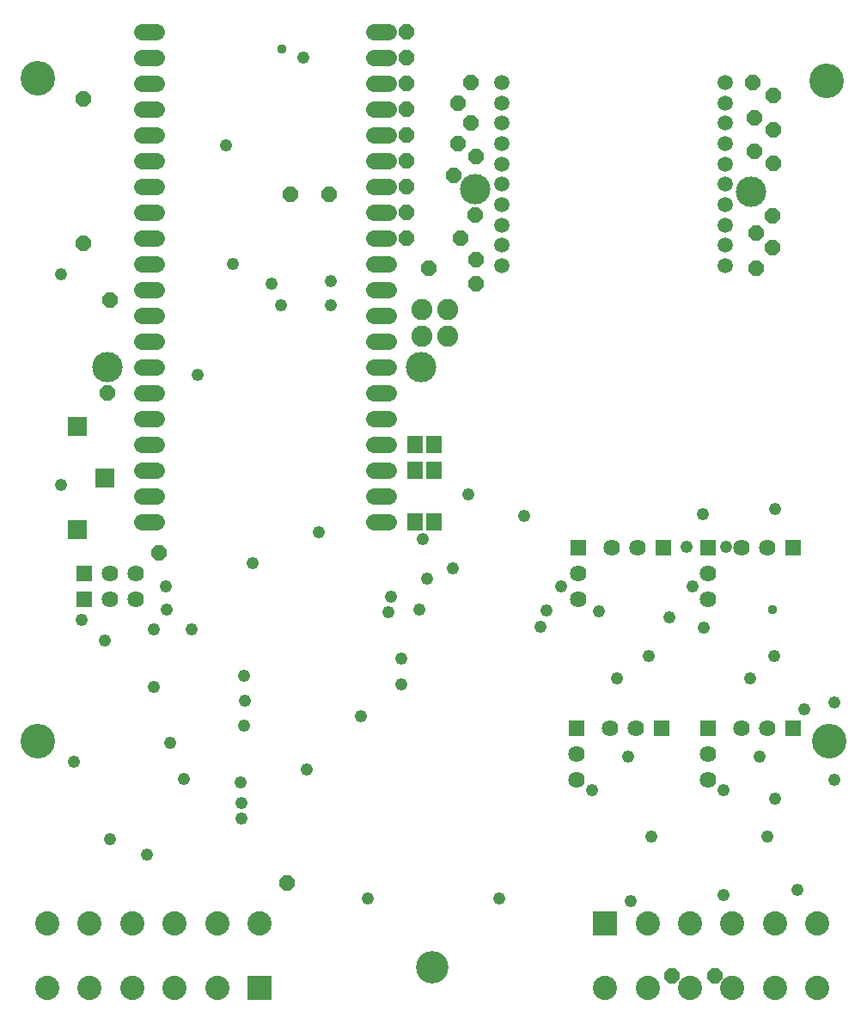
<source format=gbs>
G75*
%MOIN*%
%OFA0B0*%
%FSLAX25Y25*%
%IPPOS*%
%LPD*%
%AMOC8*
5,1,8,0,0,1.08239X$1,22.5*
%
%ADD10C,0.11824*%
%ADD11C,0.13398*%
%ADD12C,0.12611*%
%ADD13C,0.09400*%
%ADD14R,0.09400X0.09400*%
%ADD15C,0.05950*%
%ADD16R,0.06400X0.06400*%
%ADD17C,0.06400*%
%ADD18C,0.08200*%
%ADD19OC8,0.05950*%
%ADD20C,0.06400*%
%ADD21R,0.07296X0.07296*%
%ADD22R,0.05918X0.06706*%
%ADD23C,0.04800*%
%ADD24C,0.04762*%
%ADD25C,0.03700*%
D10*
X0130934Y0311834D03*
X0252334Y0311834D03*
X0273334Y0380834D03*
X0380334Y0379834D03*
D11*
X0409834Y0422834D03*
X0103834Y0423834D03*
X0103834Y0166834D03*
X0410834Y0166834D03*
D12*
X0256834Y0079197D03*
D13*
X0107307Y0071480D03*
X0123803Y0071480D03*
X0140299Y0071480D03*
X0156795Y0071480D03*
X0173291Y0071480D03*
X0173291Y0096480D03*
X0156795Y0096480D03*
X0140299Y0096480D03*
X0123803Y0096480D03*
X0107307Y0096480D03*
X0189787Y0096480D03*
X0323842Y0071480D03*
X0340299Y0071480D03*
X0356756Y0071480D03*
X0373212Y0071480D03*
X0389669Y0071480D03*
X0406126Y0071480D03*
X0406126Y0096480D03*
X0389669Y0096480D03*
X0373212Y0096480D03*
X0356756Y0096480D03*
X0340299Y0096480D03*
D14*
X0323842Y0096480D03*
X0189787Y0071480D03*
D15*
X0283685Y0351401D03*
X0283685Y0359275D03*
X0283685Y0367149D03*
X0283685Y0375023D03*
X0283685Y0382897D03*
X0283685Y0390771D03*
X0283685Y0398645D03*
X0283685Y0406519D03*
X0283685Y0414393D03*
X0283685Y0422267D03*
X0370299Y0422267D03*
X0370299Y0414393D03*
X0370299Y0406519D03*
X0370299Y0398645D03*
X0370299Y0390771D03*
X0370299Y0382897D03*
X0370299Y0375023D03*
X0370299Y0367149D03*
X0370299Y0359275D03*
X0370299Y0351401D03*
D16*
X0363834Y0241834D03*
X0346334Y0241834D03*
X0313334Y0241834D03*
X0396834Y0241834D03*
X0396834Y0171834D03*
X0363834Y0171834D03*
X0345834Y0171834D03*
X0312834Y0171834D03*
X0121834Y0221834D03*
X0121834Y0231834D03*
D17*
X0131834Y0231834D03*
X0141834Y0231834D03*
X0141834Y0221834D03*
X0131834Y0221834D03*
X0313334Y0221834D03*
X0313334Y0231834D03*
X0326334Y0241834D03*
X0336334Y0241834D03*
X0363834Y0231834D03*
X0376834Y0241834D03*
X0386834Y0241834D03*
X0363834Y0221834D03*
X0376834Y0171834D03*
X0386834Y0171834D03*
X0363834Y0161834D03*
X0363834Y0151834D03*
X0335834Y0171834D03*
X0325834Y0171834D03*
X0312834Y0161834D03*
X0312834Y0151834D03*
D18*
X0262834Y0323834D03*
X0252834Y0323834D03*
X0252834Y0334334D03*
X0262834Y0334334D03*
D19*
X0273740Y0344401D03*
X0273795Y0353775D03*
X0267740Y0362149D03*
X0273295Y0371023D03*
X0265240Y0386397D03*
X0273795Y0393771D03*
X0266740Y0398645D03*
X0271795Y0406519D03*
X0266740Y0414433D03*
X0271795Y0422274D03*
X0246834Y0421834D03*
X0246834Y0431834D03*
X0246834Y0441834D03*
X0246834Y0411834D03*
X0246834Y0401834D03*
X0246834Y0391834D03*
X0246834Y0381834D03*
X0246834Y0371834D03*
X0246834Y0361834D03*
X0255334Y0350334D03*
X0216834Y0378834D03*
X0201834Y0378834D03*
X0131834Y0337834D03*
X0121504Y0359882D03*
X0121504Y0415882D03*
X0130756Y0301867D03*
X0150834Y0239834D03*
X0200334Y0111834D03*
X0349834Y0075834D03*
X0366334Y0075834D03*
X0382586Y0350401D03*
X0388744Y0358275D03*
X0382578Y0364149D03*
X0388744Y0370531D03*
X0389078Y0390889D03*
X0381744Y0395756D03*
X0389086Y0404137D03*
X0381744Y0408559D03*
X0389086Y0417393D03*
X0381244Y0422267D03*
D20*
X0239634Y0421834D02*
X0234034Y0421834D01*
X0234034Y0431834D02*
X0239634Y0431834D01*
X0239634Y0441834D02*
X0234034Y0441834D01*
X0234034Y0411834D02*
X0239634Y0411834D01*
X0239634Y0401834D02*
X0234034Y0401834D01*
X0234034Y0391834D02*
X0239634Y0391834D01*
X0239634Y0381834D02*
X0234034Y0381834D01*
X0234034Y0371834D02*
X0239634Y0371834D01*
X0239634Y0361834D02*
X0234034Y0361834D01*
X0234034Y0351834D02*
X0239634Y0351834D01*
X0239634Y0341834D02*
X0234034Y0341834D01*
X0234034Y0331834D02*
X0239634Y0331834D01*
X0239634Y0321834D02*
X0234034Y0321834D01*
X0234034Y0311834D02*
X0239634Y0311834D01*
X0239634Y0301834D02*
X0234034Y0301834D01*
X0234034Y0291834D02*
X0239634Y0291834D01*
X0239634Y0281834D02*
X0234034Y0281834D01*
X0234034Y0271834D02*
X0239634Y0271834D01*
X0239634Y0261834D02*
X0234034Y0261834D01*
X0234034Y0251834D02*
X0239634Y0251834D01*
X0149634Y0251834D02*
X0144034Y0251834D01*
X0144034Y0261834D02*
X0149634Y0261834D01*
X0149634Y0271834D02*
X0144034Y0271834D01*
X0144034Y0281834D02*
X0149634Y0281834D01*
X0149634Y0291834D02*
X0144034Y0291834D01*
X0144034Y0301834D02*
X0149634Y0301834D01*
X0149634Y0311834D02*
X0144034Y0311834D01*
X0144034Y0321834D02*
X0149634Y0321834D01*
X0149634Y0331834D02*
X0144034Y0331834D01*
X0144034Y0341834D02*
X0149634Y0341834D01*
X0149634Y0351834D02*
X0144034Y0351834D01*
X0144034Y0361834D02*
X0149634Y0361834D01*
X0149634Y0371834D02*
X0144034Y0371834D01*
X0144034Y0381834D02*
X0149634Y0381834D01*
X0149634Y0391834D02*
X0144034Y0391834D01*
X0144034Y0401834D02*
X0149634Y0401834D01*
X0149634Y0411834D02*
X0144034Y0411834D01*
X0144034Y0421834D02*
X0149634Y0421834D01*
X0149634Y0431834D02*
X0144034Y0431834D01*
X0144034Y0441834D02*
X0149634Y0441834D01*
D21*
X0119234Y0288834D03*
X0129834Y0268834D03*
X0119234Y0248834D03*
D22*
X0250094Y0251834D03*
X0257574Y0251834D03*
X0257574Y0271834D03*
X0250094Y0271834D03*
X0250094Y0281834D03*
X0257574Y0281834D03*
D23*
X0253084Y0245234D03*
X0240834Y0222834D03*
X0244884Y0188934D03*
X0229134Y0176784D03*
X0208234Y0155884D03*
X0184234Y0182784D03*
X0183734Y0192234D03*
X0154984Y0166184D03*
X0131634Y0128834D03*
X0146184Y0122834D03*
X0301184Y0217584D03*
X0328384Y0191334D03*
X0348634Y0214834D03*
X0380134Y0191334D03*
X0401284Y0179284D03*
X0389884Y0144684D03*
X0398584Y0109384D03*
X0370834Y0242484D03*
X0112834Y0266284D03*
D24*
X0153334Y0226834D03*
X0153834Y0217834D03*
X0148834Y0210334D03*
X0163334Y0210334D03*
X0129834Y0205834D03*
X0120834Y0213834D03*
X0148834Y0187834D03*
X0183834Y0172834D03*
X0182334Y0150834D03*
X0182834Y0142834D03*
X0182834Y0136834D03*
X0160334Y0152334D03*
X0117834Y0158834D03*
X0187284Y0235934D03*
X0212834Y0247834D03*
X0254834Y0229834D03*
X0264834Y0233834D03*
X0251834Y0217834D03*
X0239834Y0216834D03*
X0244834Y0198834D03*
X0298834Y0211334D03*
X0306834Y0226834D03*
X0321334Y0217334D03*
X0340834Y0199834D03*
X0362134Y0210834D03*
X0357834Y0226834D03*
X0355334Y0242334D03*
X0361834Y0254834D03*
X0389834Y0256834D03*
X0389334Y0199834D03*
X0412834Y0181834D03*
X0383834Y0160834D03*
X0369834Y0147834D03*
X0386834Y0129834D03*
X0412834Y0151834D03*
X0369834Y0107334D03*
X0341834Y0129834D03*
X0318834Y0147834D03*
X0332834Y0160834D03*
X0333834Y0104834D03*
X0282834Y0105834D03*
X0231834Y0105834D03*
X0292334Y0254334D03*
X0270634Y0262634D03*
X0165834Y0308834D03*
X0197984Y0335984D03*
X0194334Y0344334D03*
X0179334Y0351834D03*
X0217334Y0345334D03*
X0217334Y0335984D03*
X0176834Y0397834D03*
X0206834Y0431834D03*
X0112834Y0347834D03*
D25*
X0198334Y0435334D03*
X0388834Y0217834D03*
M02*

</source>
